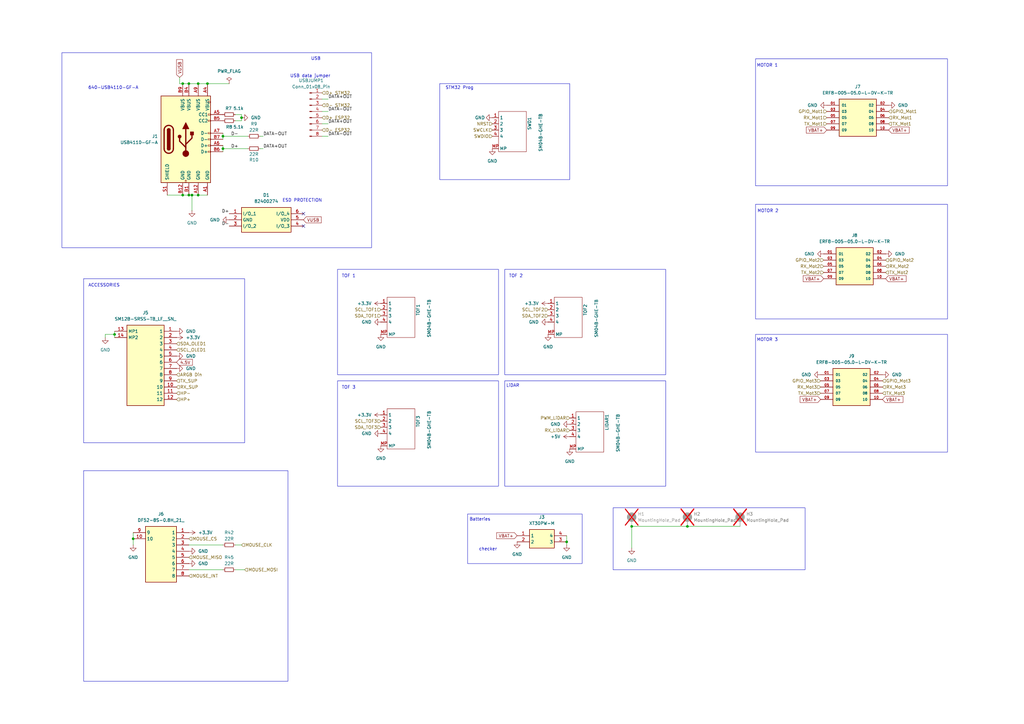
<source format=kicad_sch>
(kicad_sch (version 20250114) (generator "eeschema") (generator_version "9.0")
  (paper "A3")
  (lib_symbols
    (symbol "Connector:Conn_01x08_Pin" (pin_names (offset 1.016) (hide yes))
      (property "Reference" "J" (at 0 10.16 0))
      (property "Value" "Conn_01x08_Pin" (at 0 -12.7 0))
      (symbol "Conn_01x08_Pin_1_1"
        (rectangle (start 0.8636 7.747) (end 0 7.493) (stroke (width 0.1524)) (fill (type outline)))
        (rectangle (start 0.8636 5.207) (end 0 4.953) (stroke (width 0.1524)) (fill (type outline)))
        (rectangle (start 0.8636 2.667) (end 0 2.413) (stroke (width 0.1524)) (fill (type outline)))
        (rectangle (start 0.8636 0.127) (end 0 -0.127) (stroke (width 0.1524)) (fill (type outline)))
        (rectangle (start 0.8636 -2.413) (end 0 -2.667) (stroke (width 0.1524)) (fill (type outline)))
        (rectangle (start 0.8636 -4.953) (end 0 -5.207) (stroke (width 0.1524)) (fill (type outline)))
        (rectangle (start 0.8636 -7.493) (end 0 -7.747) (stroke (width 0.1524)) (fill (type outline)))
        (rectangle (start 0.8636 -10.033) (end 0 -10.287) (stroke (width 0.1524)) (fill (type outline)))
        (polyline (pts (xy 1.27 7.62) (xy 0.8636 7.62)) (stroke (width 0.1524)))
        (polyline (pts (xy 1.27 5.08) (xy 0.8636 5.08)) (stroke (width 0.1524)))
        (polyline (pts (xy 1.27 2.54) (xy 0.8636 2.54)) (stroke (width 0.1524)))
        (polyline (pts (xy 1.27 0) (xy 0.8636 0)) (stroke (width 0.1524)))
        (polyline (pts (xy 1.27 -2.54) (xy 0.8636 -2.54)) (stroke (width 0.1524)))
        (polyline (pts (xy 1.27 -5.08) (xy 0.8636 -5.08)) (stroke (width 0.1524)))
        (polyline (pts (xy 1.27 -7.62) (xy 0.8636 -7.62)) (stroke (width 0.1524)))
        (polyline (pts (xy 1.27 -10.16) (xy 0.8636 -10.16)) (stroke (width 0.1524)))
        (pin passive line (at 5.08 7.62 180) (length 3.81) (name "Pin_1") (number "1"))
        (pin passive line (at 5.08 5.08 180) (length 3.81) (name "Pin_2") (number "2"))
        (pin passive line (at 5.08 2.54 180) (length 3.81) (name "Pin_3") (number "3"))
        (pin passive line (at 5.08 0 180) (length 3.81) (name "Pin_4") (number "4"))
        (pin passive line (at 5.08 -2.54 180) (length 3.81) (name "Pin_5") (number "5"))
        (pin passive line (at 5.08 -5.08 180) (length 3.81) (name "Pin_6") (number "6"))
        (pin passive line (at 5.08 -7.62 180) (length 3.81) (name "Pin_7") (number "7"))
        (pin passive line (at 5.08 -10.16 180) (length 3.81) (name "Pin_8") (number "8"))
      )
    )
    (symbol "Device:R_Small" (pin_numbers (hide yes)) (pin_names (offset 0.254) (hide yes))
      (property "Reference" "R" (at 0.762 0.508 0))
      (property "Value" "R_Small" (at 0.762 -1.016 0))
      (symbol "R_Small_0_1"
        (rectangle (start -0.762 1.778) (end 0.762 -1.778) (stroke (width 0.2032)))
      )
      (symbol "R_Small_1_1"
        (pin passive line (at 0 2.54 270) (length 0.762) (name "~") (number "1"))
        (pin passive line (at 0 -2.54 90) (length 0.762) (name "~") (number "2"))
      )
    )
    (symbol "ERF8:ERF8-005-05.0-L-DV-K-TR" (pin_names (offset 1.016))
      (property "Reference" "J" (at -8.12 7.62 0))
      (property "Value" "ERF8-005-05.0-L-DV-K-TR" (at -7.62 -10.16 0))
      (symbol "ERF8-005-05.0-L-DV-K-TR_0_0"
        (rectangle (start -7.62 -7.62) (end 7.62 7.62) (stroke (width 0.254)) (fill (type background)))
        (pin passive line (at -12.7 5.08 0) (length 5.08) (name "01") (number "01"))
        (pin passive line (at -12.7 2.54 0) (length 5.08) (name "03") (number "03"))
        (pin passive line (at -12.7 0 0) (length 5.08) (name "05") (number "05"))
        (pin passive line (at -12.7 -2.54 0) (length 5.08) (name "07") (number "07"))
        (pin passive line (at -12.7 -5.08 0) (length 5.08) (name "09") (number "09"))
        (pin passive line (at 12.7 5.08 180) (length 5.08) (name "02") (number "02"))
        (pin passive line (at 12.7 2.54 180) (length 5.08) (name "04") (number "04"))
        (pin passive line (at 12.7 0 180) (length 5.08) (name "06") (number "06"))
        (pin passive line (at 12.7 -2.54 180) (length 5.08) (name "08") (number "08"))
        (pin passive line (at 12.7 -5.08 180) (length 5.08) (name "10") (number "10"))
      )
    )
    (symbol "Mechanical:MountingHole_Pad" (pin_numbers (hide yes)) (pin_names (offset 1.016) (hide yes)) (in_bom no)
      (property "Reference" "H" (at 0 6.35 0))
      (property "Value" "MountingHole_Pad" (at 0 4.445 0))
      (symbol "MountingHole_Pad_0_1"
        (circle (center 0 1.27) (radius 1.27) (stroke (width 1.27)))
      )
      (symbol "MountingHole_Pad_1_1"
        (pin input line (at 0 -2.54 90) (length 2.54) (name "1") (number "1"))
      )
    )
    (symbol "Vraielogousbcwurth:USB_C_Receptacle_USB2.0_14P" (pin_names (offset 1.016))
      (property "Reference" "J" (at 0.254 31.242 0))
      (property "Value" "USB_C_Receptacle_USB2.0_14P" (at 1.27 33.782 0))
      (symbol "USB_C_Receptacle_USB2.0_14P_0_0"
        (rectangle (start -0.254 -17.78) (end 0.254 -16.764))
        (rectangle (start 10.16 15.494) (end 9.144 14.986))
        (rectangle (start 10.16 10.414) (end 9.144 9.906))
        (rectangle (start 10.16 7.874) (end 9.144 7.366))
        (rectangle (start 10.16 2.794) (end 9.144 2.286))
        (rectangle (start 10.16 0.254) (end 9.144 -0.254))
        (rectangle (start 10.16 -2.286) (end 9.144 -2.794))
        (rectangle (start 10.16 -4.826) (end 9.144 -5.334))
      )
      (symbol "USB_C_Receptacle_USB2.0_14P_0_1"
        (rectangle (start -10.16 17.78) (end 10.16 -17.78) (stroke (width 0.254)) (fill (type background)))
        (polyline (pts (xy -8.89 -3.81) (xy -8.89 3.81)) (stroke (width 0.508)))
        (rectangle (start -7.62 -3.81) (end -6.35 3.81) (stroke (width 0.254)) (fill (type outline)))
        (arc (start -7.62 3.81) (mid -6.985 4.4423) (end -6.35 3.81) (stroke (width 0.254)))
        (arc (start -7.62 3.81) (mid -6.985 4.4423) (end -6.35 3.81) (stroke (width 0.254)) (fill (type outline)))
        (arc (start -8.89 3.81) (mid -6.985 5.7067) (end -5.08 3.81) (stroke (width 0.508)))
        (arc (start -5.08 -3.81) (mid -6.985 -5.7067) (end -8.89 -3.81) (stroke (width 0.508)))
        (arc (start -6.35 -3.81) (mid -6.985 -4.4423) (end -7.62 -3.81) (stroke (width 0.254)))
        (arc (start -6.35 -3.81) (mid -6.985 -4.4423) (end -7.62 -3.81) (stroke (width 0.254)) (fill (type outline)))
        (polyline (pts (xy -5.08 3.81) (xy -5.08 -3.81)) (stroke (width 0.508)))
        (circle (center -2.54 1.143) (radius 0.635) (stroke (width 0.254)) (fill (type outline)))
        (polyline (pts (xy -1.27 4.318) (xy 0 6.858) (xy 1.27 4.318) (xy -1.27 4.318)) (stroke (width 0.254)) (fill (type outline)))
        (polyline (pts (xy 0 -2.032) (xy 2.54 0.508) (xy 2.54 1.778)) (stroke (width 0.508)))
        (polyline (pts (xy 0 -3.302) (xy -2.54 -0.762) (xy -2.54 0.508)) (stroke (width 0.508)))
        (polyline (pts (xy 0 -5.842) (xy 0 4.318)) (stroke (width 0.508)))
        (circle (center 0 -5.842) (radius 1.27) (fill (type outline)))
        (rectangle (start 1.905 1.778) (end 3.175 3.048) (stroke (width 0.254)) (fill (type outline)))
      )
      (symbol "USB_C_Receptacle_USB2.0_14P_1_1"
        (pin passive line (at -7.62 -22.86 90) (length 5.08) (name "SHIELD") (number "S1"))
        (pin passive line (at -1.27 22.86 270) (length 5.08) (name "VBUS") (number "B9"))
        (pin passive line (at -1.27 -22.86 90) (length 5.08) (name "GND") (number "B12"))
        (pin passive line (at 1.27 22.86 270) (length 5.08) (name "VBUS") (number "B4"))
        (pin passive line (at 1.27 -22.86 90) (length 5.08) (name "GND") (number "B1"))
        (pin passive line (at 5.08 22.86 270) (length 5.08) (name "VBUS") (number "A9"))
        (pin passive line (at 5.08 -22.86 90) (length 5.08) (name "GND") (number "A12"))
        (pin passive line (at 8.89 22.86 270) (length 5.08) (name "VBUS") (number "A4"))
        (pin passive line (at 8.89 -22.86 90) (length 5.08) (name "GND") (number "A1"))
        (pin bidirectional line (at 15.24 10.16 180) (length 5.08) (name "CC1") (number "A5"))
        (pin bidirectional line (at 15.24 7.62 180) (length 5.08) (name "CC2") (number "B5"))
        (pin bidirectional line (at 15.24 2.54 180) (length 5.08) (name "D-") (number "A7"))
        (pin bidirectional line (at 15.24 0 180) (length 5.08) (name "D-") (number "B7"))
        (pin bidirectional line (at 15.24 -2.54 180) (length 5.08) (name "D+") (number "A6"))
        (pin bidirectional line (at 15.24 -5.08 180) (length 5.08) (name "D+") (number "B6"))
      )
    )
    (symbol "fc_h7:jst_4_pin"
      (property "Reference" "U" (at 0 0 0))
      (symbol "jst_4_pin_0_1"
        (rectangle (start -6.35 2.54) (end 5.08 -13.97))
      )
      (symbol "jst_4_pin_1_1"
        (pin free line (at -8.89 0 0) (length 2.54) (name "1") (number "1"))
        (pin free line (at -8.89 -2.54 0) (length 2.54) (name "2") (number "2"))
        (pin free line (at -8.89 -5.08 0) (length 2.54) (name "3") (number "3"))
        (pin free line (at -8.89 -7.62 0) (length 2.54) (name "4") (number "4"))
        (pin free line (at -8.89 -12.7 0) (length 2.54) (name "MP") (number "MP"))
      )
    )
    (symbol "power:+3.3V" (power) (pin_numbers (hide yes)) (pin_names (offset 0) (hide yes))
      (property "Value" "+3.3V" (at 0 3.556 0))
      (symbol "+3.3V_0_1"
        (polyline (pts (xy -0.762 1.27) (xy 0 2.54)))
        (polyline (pts (xy 0 2.54) (xy 0.762 1.27)))
        (polyline (pts (xy 0 0) (xy 0 2.54)))
      )
      (symbol "+3.3V_1_1"
        (pin power_in line (at 0 0 90) (length 0) (name "~") (number "1"))
      )
    )
    (symbol "power:+5V" (power) (pin_numbers (hide yes)) (pin_names (offset 0) (hide yes))
      (property "Value" "+5V" (at 0 3.556 0))
      (symbol "+5V_0_1"
        (polyline (pts (xy -0.762 1.27) (xy 0 2.54)))
        (polyline (pts (xy 0 2.54) (xy 0.762 1.27)))
        (polyline (pts (xy 0 0) (xy 0 2.54)))
      )
      (symbol "+5V_1_1"
        (pin power_in line (at 0 0 90) (length 0) (name "~") (number "1"))
      )
    )
    (symbol "power:GND" (power) (pin_numbers (hide yes)) (pin_names (offset 0) (hide yes))
      (property "Value" "GND" (at 0 -3.81 0))
      (symbol "GND_0_1"
        (polyline (pts (xy 0 0) (xy 0 -1.27) (xy 1.27 -1.27) (xy 0 -2.54) (xy -1.27 -1.27) (xy 0 -1.27)))
      )
      (symbol "GND_1_1"
        (pin power_in line (at 0 0 270) (length 0) (name "~") (number "1"))
      )
    )
    (symbol "power:PWR_FLAG" (power) (pin_numbers (hide yes)) (pin_names (offset 0) (hide yes))
      (property "Value" "PWR_FLAG" (at 0 3.81 0))
      (symbol "PWR_FLAG_0_0"
        (pin power_out line (at 0 0 90) (length 0) (name "~") (number "1"))
      )
      (symbol "PWR_FLAG_0_1"
        (polyline (pts (xy 0 0) (xy 0 1.27) (xy -1.016 1.905) (xy 0 2.54) (xy 1.016 1.905) (xy 0 1.27)))
      )
    )
    (symbol "samacsys2:DF52-8S-0.8H_21_"
      (property "Reference" "J" (at 19.05 7.62 0))
      (property "Value" "DF52-8S-0.8H_21_" (at 19.05 5.08 0))
      (symbol "DF52-8S-0.8H_21__1_1"
        (rectangle (start 5.08 2.54) (end 17.78 -20.32) (stroke (width 0.254)) (fill (type background)))
        (pin passive line (at 0 0 0) (length 5.08) (name "9") (number "9"))
        (pin passive line (at 0 -2.54 0) (length 5.08) (name "10") (number "10"))
        (pin passive line (at 22.86 0 180) (length 5.08) (name "1") (number "1"))
        (pin passive line (at 22.86 -2.54 180) (length 5.08) (name "2") (number "2"))
        (pin passive line (at 22.86 -5.08 180) (length 5.08) (name "3") (number "3"))
        (pin passive line (at 22.86 -7.62 180) (length 5.08) (name "4") (number "4"))
        (pin passive line (at 22.86 -10.16 180) (length 5.08) (name "5") (number "5"))
        (pin passive line (at 22.86 -12.7 180) (length 5.08) (name "6") (number "6"))
        (pin passive line (at 22.86 -15.24 180) (length 5.08) (name "7") (number "7"))
        (pin passive line (at 22.86 -17.78 180) (length 5.08) (name "8") (number "8"))
      )
    )
    (symbol "samacsys:82400274"
      (property "Reference" "D" (at 26.67 7.62 0))
      (property "Value" "82400274" (at 26.67 5.08 0))
      (symbol "82400274_1_1"
        (rectangle (start 5.08 2.54) (end 25.4 -7.62) (stroke (width 0.254)) (fill (type background)))
        (pin passive line (at 0 0 0) (length 5.08) (name "I/O_1") (number "1"))
        (pin passive line (at 0 -2.54 0) (length 5.08) (name "GND") (number "2"))
        (pin passive line (at 0 -5.08 0) (length 5.08) (name "I/O_2") (number "3"))
        (pin passive line (at 30.48 0 180) (length 5.08) (name "I/O_4") (number "6"))
        (pin passive line (at 30.48 -2.54 180) (length 5.08) (name "VDD") (number "5"))
        (pin passive line (at 30.48 -5.08 180) (length 5.08) (name "I/O_3") (number "4"))
      )
    )
    (symbol "samacsys:SM12B-SRSS-TB_LF__SN_"
      (property "Reference" "J" (at 21.59 7.62 0))
      (property "Value" "SM12B-SRSS-TB_LF__SN_" (at 21.59 5.08 0))
      (symbol "SM12B-SRSS-TB_LF__SN__1_1"
        (rectangle (start 5.08 2.54) (end 20.32 -30.48) (stroke (width 0.254)) (fill (type background)))
        (pin passive line (at 0 0 0) (length 5.08) (name "MP1") (number "13"))
        (pin passive line (at 0 -2.54 0) (length 5.08) (name "MP2") (number "14"))
        (pin passive line (at 25.4 0 180) (length 5.08) (name "1") (number "1"))
        (pin passive line (at 25.4 -2.54 180) (length 5.08) (name "2") (number "2"))
        (pin passive line (at 25.4 -5.08 180) (length 5.08) (name "3") (number "3"))
        (pin passive line (at 25.4 -7.62 180) (length 5.08) (name "4") (number "4"))
        (pin passive line (at 25.4 -10.16 180) (length 5.08) (name "5") (number "5"))
        (pin passive line (at 25.4 -12.7 180) (length 5.08) (name "6") (number "6"))
        (pin passive line (at 25.4 -15.24 180) (length 5.08) (name "7") (number "7"))
        (pin passive line (at 25.4 -17.78 180) (length 5.08) (name "8") (number "8"))
        (pin passive line (at 25.4 -20.32 180) (length 5.08) (name "9") (number "9"))
        (pin passive line (at 25.4 -22.86 180) (length 5.08) (name "10") (number "10"))
        (pin passive line (at 25.4 -25.4 180) (length 5.08) (name "11") (number "11"))
        (pin passive line (at 25.4 -27.94 180) (length 5.08) (name "12") (number "12"))
      )
    )
    (symbol "samacsys:XT30PW-M"
      (property "Reference" "J" (at 16.51 7.62 0))
      (property "Value" "XT30PW-M" (at 16.51 5.08 0))
      (symbol "XT30PW-M_1_1"
        (rectangle (start 5.08 2.54) (end 15.24 -5.08) (stroke (width 0.254)) (fill (type background)))
        (pin passive line (at 0 0 0) (length 5.08) (name "1") (number "1"))
        (pin passive line (at 0 -2.54 0) (length 5.08) (name "2") (number "2"))
        (pin passive line (at 20.32 0 180) (length 5.08) (name "4") (number "4"))
        (pin passive line (at 20.32 -2.54 180) (length 5.08) (name "3") (number "3"))
      )
    )
  )
  (rectangle (start 309.88 24.13) (end 388.62 76.2))
  (rectangle (start 138.43 156.21) (end 204.47 199.39))
  (rectangle (start 207.01 156.21) (end 273.05 199.39))
  (rectangle (start 34.29 114.3) (end 100.33 181.61))
  (rectangle (start 309.88 83.82) (end 388.62 130.81))
  (rectangle (start 207.01 110.49) (end 273.05 153.67))
  (rectangle (start 138.43 110.49) (end 204.47 153.67))
  (rectangle (start 25.4 21.59) (end 152.4 101.6))
  (rectangle (start 34.29 193.04) (end 118.11 279.4))
  (rectangle (start 309.88 137.16) (end 388.62 185.42))
  (rectangle (start 180.34 34.29) (end 233.68 73.66))
  (rectangle (start 251.46 208.28) (end 330.2 233.68))
  (rectangle (start 191.77 210.82) (end 238.76 231.14))
  (text "Batteries" (at 196.85 213.106 0) (effects (font (size 1.27 1.27))))
  (text "TOF 2" (at 211.582 113.284 0) (effects (font (size 1.27 1.27))))
  (text "LiDAR" (at 210.312 158.242 0) (effects (font (size 1.27 1.27))))
  (text "ACCESSORIES" (at 42.672 117.094 0) (effects (font (size 1.27 1.27))))
  (text "checker\n" (at 200.152 225.298 0) (effects (font (size 1.27 1.27))))
  (text "USB data jumper" (at 127.254 31.242 0) (effects (font (size 1.27 1.27))))
  (text "MOTOR 2\n" (at 314.96 86.614 0) (effects (font (size 1.27 1.27))))
  (text "MOTOR 3" (at 314.706 139.446 0) (effects (font (size 1.27 1.27))))
  (text "TOF 1" (at 143.002 113.284 0) (effects (font (size 1.27 1.27))))
  (text "640-USB4110-GF-A" (at 46.482 36.068 0) (effects (font (size 1.27 1.27))))
  (text "TOF 3" (at 143.002 159.004 0) (effects (font (size 1.27 1.27))))
  (text "STM32 Prog" (at 188.468 36.068 0) (effects (font (size 1.27 1.27))))
  (text "USB" (at 129.54 24.13 0) (effects (font (size 1.27 1.27))))
  (text "MOTOR 1" (at 314.706 26.924 0) (effects (font (size 1.27 1.27))))
  (text "ESD PROTECTION" (at 123.952 82.296 0) (effects (font (size 1.27 1.27))))
  (junction (at 259.08 215.9))
  (junction (at 81.28 34.29))
  (junction (at 78.74 80.01))
  (junction (at 77.47 80.01))
  (junction (at 46.99 137.16))
  (junction (at 91.44 60.96))
  (junction (at 232.41 222.25))
  (junction (at 85.09 34.29))
  (junction (at 81.28 80.01))
  (junction (at 54.61 220.98))
  (junction (at 74.93 34.29))
  (junction (at 77.47 34.29))
  (junction (at 281.94 215.9))
  (junction (at 74.93 80.01))
  (junction (at 91.44 55.88))
  (junction (at 99.06 48.26))
  (no_connect (at 124.46 92.71))
  (no_connect (at 124.46 87.63))
  (wire (pts (xy 43.18 137.16) (xy 43.18 138.43)))
  (wire (pts (xy 232.41 222.25) (xy 232.41 223.52)))
  (wire (pts (xy 232.41 219.71) (xy 232.41 222.25)))
  (wire (pts (xy 99.06 46.99) (xy 99.06 48.26)))
  (wire (pts (xy 81.28 80.01) (xy 85.09 80.01)))
  (wire (pts (xy 74.93 80.01) (xy 77.47 80.01)))
  (wire (pts (xy 73.66 31.75) (xy 73.66 34.29)))
  (wire (pts (xy 77.47 223.52) (xy 91.44 223.52)))
  (wire (pts (xy 134.62 40.64) (xy 132.08 40.64)))
  (wire (pts (xy 91.44 60.96) (xy 101.6 60.96)))
  (wire (pts (xy 91.44 60.96) (xy 91.44 62.23)))
  (wire (pts (xy 77.47 34.29) (xy 81.28 34.29)))
  (wire (pts (xy 46.99 137.16) (xy 43.18 137.16)))
  (wire (pts (xy 134.62 50.8) (xy 132.08 50.8)))
  (wire (pts (xy 91.44 55.88) (xy 101.6 55.88)))
  (wire (pts (xy 73.66 34.29) (xy 74.93 34.29)))
  (wire (pts (xy 46.99 137.16) (xy 46.99 138.43)))
  (wire (pts (xy 281.94 215.9) (xy 259.08 215.9)))
  (wire (pts (xy 134.62 55.88) (xy 132.08 55.88)))
  (wire (pts (xy 81.28 34.29) (xy 85.09 34.29)))
  (wire (pts (xy 85.09 34.29) (xy 93.98 34.29)))
  (wire (pts (xy 96.52 46.99) (xy 99.06 46.99)))
  (wire (pts (xy 303.53 215.9) (xy 281.94 215.9)))
  (wire (pts (xy 91.44 55.88) (xy 91.44 57.15)))
  (wire (pts (xy 78.74 80.01) (xy 78.74 86.36)))
  (wire (pts (xy 96.52 223.52) (xy 99.06 223.52)))
  (wire (pts (xy 54.61 218.44) (xy 54.61 220.98)))
  (wire (pts (xy 91.44 59.69) (xy 91.44 60.96)))
  (wire (pts (xy 77.47 233.68) (xy 91.44 233.68)))
  (wire (pts (xy 68.58 80.01) (xy 74.93 80.01)))
  (wire (pts (xy 46.99 135.89) (xy 46.99 137.16)))
  (wire (pts (xy 54.61 220.98) (xy 54.61 223.52)))
  (wire (pts (xy 99.06 49.53) (xy 99.06 48.26)))
  (wire (pts (xy 100.33 233.68) (xy 96.52 233.68)))
  (wire (pts (xy 78.74 80.01) (xy 81.28 80.01)))
  (wire (pts (xy 107.95 55.88) (xy 106.68 55.88)))
  (wire (pts (xy 77.47 80.01) (xy 78.74 80.01)))
  (wire (pts (xy 259.08 215.9) (xy 259.08 224.79)))
  (wire (pts (xy 134.62 45.72) (xy 132.08 45.72)))
  (wire (pts (xy 74.93 34.29) (xy 77.47 34.29)))
  (wire (pts (xy 107.95 60.96) (xy 106.68 60.96)))
  (wire (pts (xy 96.52 49.53) (xy 99.06 49.53)))
  (wire (pts (xy 91.44 54.61) (xy 91.44 55.88)))
  (label "DATA-OUT" (at 107.95 55.88 0))
  (label "DATA+OUT" (at 134.62 50.8 0))
  (label "DATA-OUT" (at 134.62 55.88 0))
  (label "D+" (at 97.79 60.96 180))
  (label "D+" (at 93.98 87.63 180))
  (label "DATA+OUT" (at 134.62 40.64 0))
  (label "DATA+OUT" (at 107.95 60.96 0))
  (label "D-" (at 93.98 92.71 180))
  (label "DATA-OUT" (at 134.62 45.72 0))
  (label "D-" (at 97.79 55.88 180))
  (global_label "VBAT+" (shape input) (at 363.22 114.3 0) (property "Intersheetrefs" "${INTERSHEET_REFS}" (effects (hide yes))))
  (global_label "VBAT+" (shape input) (at 339.09 53.34 180) (property "Intersheetrefs" "${INTERSHEET_REFS}" (effects (hide yes))))
  (global_label "VUSB" (shape input) (at 73.66 31.75 90) (property "Intersheetrefs" "${INTERSHEET_REFS}" (effects (hide yes))))
  (global_label "VBAT+" (shape input) (at 361.95 163.83 0) (property "Intersheetrefs" "${INTERSHEET_REFS}" (effects (hide yes))))
  (global_label "4.5V" (shape input) (at 72.39 148.59 0) (property "Intersheetrefs" "${INTERSHEET_REFS}" (effects (hide yes))))
  (global_label "VBAT+" (shape input) (at 212.09 219.71 180) (property "Intersheetrefs" "${INTERSHEET_REFS}" (effects (hide yes))))
  (global_label "VBAT+" (shape input) (at 336.55 163.83 180) (property "Intersheetrefs" "${INTERSHEET_REFS}" (effects (hide yes))))
  (global_label "VBAT+" (shape input) (at 337.82 114.3 180) (property "Intersheetrefs" "${INTERSHEET_REFS}" (effects (hide yes))))
  (global_label "VUSB" (shape input) (at 124.46 90.17 0) (property "Intersheetrefs" "${INTERSHEET_REFS}" (effects (hide yes))))
  (global_label "VBAT+" (shape input) (at 364.49 53.34 0) (property "Intersheetrefs" "${INTERSHEET_REFS}" (effects (hide yes))))
  (hierarchical_label "RX_SUP" (shape input) (at 72.39 158.75 0))
  (hierarchical_label "GPIO_Mot1" (shape input) (at 364.49 45.72 0))
  (hierarchical_label "TX_Mot3" (shape input) (at 361.95 161.29 0))
  (hierarchical_label "SWCLK" (shape input) (at 201.93 53.34 180))
  (hierarchical_label "GPIO_Mot1" (shape input) (at 339.09 45.72 180))
  (hierarchical_label "SCL_OLED1" (shape input) (at 72.39 143.51 0))
  (hierarchical_label "GPIO_Mot2" (shape input) (at 337.82 106.68 180))
  (hierarchical_label "MOUSE_INT" (shape input) (at 77.47 236.22 0))
  (hierarchical_label "RX_Mot1" (shape input) (at 339.09 48.26 180))
  (hierarchical_label "PWM_LiDAR" (shape input) (at 233.68 171.45 180))
  (hierarchical_label "SCL_TOF1" (shape input) (at 156.21 127 180))
  (hierarchical_label "SDA_TOF2" (shape input) (at 224.79 129.54 180))
  (hierarchical_label "D+ STM32" (shape input) (at 132.08 38.1 0))
  (hierarchical_label "TX_Mot1" (shape input) (at 339.09 50.8 180))
  (hierarchical_label "SCL_TOF2" (shape input) (at 224.79 127 180))
  (hierarchical_label "D+ ESP32" (shape input) (at 132.08 48.26 0))
  (hierarchical_label "SWDIO" (shape input) (at 201.93 55.88 180))
  (hierarchical_label "HP+" (shape input) (at 72.39 163.83 0))
  (hierarchical_label "RX_Mot3" (shape input) (at 336.55 158.75 180))
  (hierarchical_label "RX_Mot1" (shape input) (at 364.49 48.26 0))
  (hierarchical_label "SDA_TOF1" (shape input) (at 156.21 129.54 180))
  (hierarchical_label "NRST" (shape input) (at 201.93 50.8 180))
  (hierarchical_label "RX_LiDAR" (shape input) (at 233.68 176.53 180))
  (hierarchical_label "GPIO_Mot3" (shape input) (at 361.95 156.21 0))
  (hierarchical_label "ARGB Din" (shape input) (at 72.39 153.67 0))
  (hierarchical_label "RX_Mot3" (shape input) (at 361.95 158.75 0))
  (hierarchical_label "D- ESP32" (shape input) (at 132.08 53.34 0))
  (hierarchical_label "MOUSE_CLK" (shape input) (at 99.06 223.52 0))
  (hierarchical_label "GPIO_Mot3" (shape input) (at 336.55 156.21 180))
  (hierarchical_label "RX_Mot2" (shape input) (at 337.82 109.22 180))
  (hierarchical_label "TX_Mot2" (shape input) (at 337.82 111.76 180))
  (hierarchical_label "D- STM32" (shape input) (at 132.08 43.18 0))
  (hierarchical_label "MOUSE_MISO" (shape input) (at 77.47 228.6 0))
  (hierarchical_label "SDA_OLED1" (shape input) (at 72.39 140.97 0))
  (hierarchical_label "RX_Mot2" (shape input) (at 363.22 109.22 0))
  (hierarchical_label "HP-" (shape input) (at 72.39 161.29 0))
  (hierarchical_label "TX_Mot2" (shape input) (at 363.22 111.76 0))
  (hierarchical_label "GPIO_Mot2" (shape input) (at 363.22 106.68 0))
  (hierarchical_label "TX_Mot3" (shape input) (at 336.55 161.29 180))
  (hierarchical_label "TX_SUP" (shape input) (at 72.39 156.21 0))
  (hierarchical_label "MOUSE_MOSI" (shape input) (at 100.33 233.68 0))
  (hierarchical_label "MOUSE_CS" (shape input) (at 77.47 220.98 0))
  (hierarchical_label "SDA_TOF3" (shape input) (at 156.21 175.26 180))
  (hierarchical_label "SCL_TOF3" (shape input) (at 156.21 172.72 180))
  (hierarchical_label "TX_Mot1" (shape input) (at 364.49 50.8 0))
  (symbol (lib_id "samacsys2:DF52-8S-0.8H_21_") (at 54.61 218.44 0) (unit 1)
    (property "Reference" "J6" (at 66.04 210.82 0))
    (property "Value" "DF52-8S-0.8H_21_" (at 66.04 213.36 0))
    (property "Footprint" "samacsys2:DF528S08H21" (effects (hide yes)))
    (property "Datasheet" "https://datasheet.datasheetarchive.com/originals/distributors/DKDS-30/591731.pdf" (effects (hide yes)))
    (property "Description" "Hirose DF52 52 Series 0.8mm Pitch 8 Way Right Angle Female FPC Connector" (effects (hide yes)))
    (property "Height" "1" (effects (hide yes)))
    (property "Manufacturer_Name" "Hirose" (effects (hide yes)))
    (property "Manufacturer_Part_Number" "DF52-8S-0.8H(21)" (effects (hide yes)))
    (property "Mouser Part Number" "798-DF52-8S-0.8H21" (effects (hide yes)))
    (property "Mouser Price/Stock" "https://www.mouser.co.uk/ProductDetail/Hirose-Connector/DF52-8S-0.8H21?qs=%2FKR40Cd6GUptbp6v9%252BhJJA%3D%3D" (effects (hide yes)))
  )
  (symbol (lib_id "power:GND") (at 78.74 86.36 0) (unit 1)
    (property "Reference" "#PWR016" (effects (hide yes)))
    (property "Value" "GND" (at 78.74 91.44 0))
    (property "Description" "Power symbol creates a global label with name \"GND\" , ground" (effects (hide yes)))
  )
  (symbol (lib_id "power:GND") (at 233.68 184.15 0) (unit 1)
    (property "Reference" "#PWR079" (effects (hide yes)))
    (property "Value" "GND" (at 233.68 189.23 0))
    (property "Description" "Power symbol creates a global label with name \"GND\" , ground" (effects (hide yes)))
  )
  (symbol (lib_id "power:GND") (at 224.79 137.16 0) (unit 1)
    (property "Reference" "#PWR091" (effects (hide yes)))
    (property "Value" "GND" (at 224.79 142.24 0))
    (property "Description" "Power symbol creates a global label with name \"GND\" , ground" (effects (hide yes)))
  )
  (symbol (lib_id "Connector:Conn_01x08_Pin") (at 127 45.72 0) (unit 1)
    (property "Reference" "USBJUMP1" (at 127.635 33.02 0))
    (property "Value" "Conn_01x08_Pin" (at 127.635 35.56 0))
    (property "Footprint" "Connector_PinHeader_1.27mm:PinHeader_2x04_P1.27mm_Vertical_SMD" (effects (hide yes)))
    (property "Description" "Generic connector, single row, 01x08, script generated" (effects (hide yes)))
  )
  (symbol (lib_id "power:+3.3V") (at 156.21 124.46 90) (unit 1)
    (property "Reference" "#PWR077" (effects (hide yes)))
    (property "Value" "+3.3V" (at 152.4 124.4599 90) (effects (justify left)))
    (property "Description" "Power symbol creates a global label with name \"+3.3V\"" (effects (hide yes)))
  )
  (symbol (lib_id "fc_h7:jst_4_pin") (at 165.1 170.18 0) (unit 1)
    (property "Reference" "TOF3" (at 171.45 175.2599 90) (effects (justify left)))
    (property "Value" "SM04B-GHE-TB" (at 176.022 184.15 90) (effects (justify left)))
    (property "Footprint" "samacsys:JST_GH_BM04B" (effects (hide yes)))
    (property "Manufacturer_Name" "JST" (effects (hide yes)))
    (property "Manufacturer_Part_Number" "SM04B-GHE-TB" (effects (hide yes)))
    (property "Mouser Part Number" " 306-SM04BGHETBLFSN" (effects (hide yes)))
  )
  (symbol (lib_id "power:GND") (at 156.21 132.08 270) (unit 1)
    (property "Reference" "#PWR084" (effects (hide yes)))
    (property "Value" "GND" (at 152.4 132.0799 90) (effects (justify right)))
    (property "Description" "Power symbol creates a global label with name \"GND\" , ground" (effects (hide yes)))
  )
  (symbol (lib_id "power:GND") (at 232.41 223.52 0) (unit 1)
    (property "Reference" "#PWR075" (effects (hide yes)))
    (property "Value" "GND" (at 232.41 228.6 0))
    (property "Description" "Power symbol creates a global label with name \"GND\" , ground" (effects (hide yes)))
  )
  (symbol (lib_id "samacsys:82400274") (at 93.98 87.63 0) (unit 1)
    (property "Reference" "D1" (at 109.22 80.01 0))
    (property "Value" "82400274" (at 109.22 82.55 0))
    (property "Footprint" "samacsys:SOT65P210X110-6N" (effects (hide yes)))
    (property "Datasheet" "https://katalog.we-online.com/pbs/datasheet/82400274.pdf" (effects (hide yes)))
    (property "Description" "TVS Diode Array WE-TVS 4-Ch+VDD 5V SC70 Wurth Elektronik 82400274, Quad Uni-Directional TVS Diode Array, 6-Pin SC-70" (effects (hide yes)))
    (property "Height" "1.1" (effects (hide yes)))
    (property "Mouser Part Number" "710-82400274" (effects (hide yes)))
    (property "Mouser Price/Stock" "https://www.mouser.co.uk/ProductDetail/Wurth-Elektronik/82400274?qs=2kOmHSv6VfQD871MY%252BLLLQ%3D%3D" (effects (hide yes)))
    (property "Manufacturer_Name" "Wurth Elektronik" (effects (hide yes)))
    (property "Manufacturer_Part_Number" "82400274" (effects (hide yes)))
  )
  (symbol (lib_id "power:GND") (at 156.21 137.16 0) (unit 1)
    (property "Reference" "#PWR085" (effects (hide yes)))
    (property "Value" "GND" (at 156.21 142.24 0))
    (property "Description" "Power symbol creates a global label with name \"GND\" , ground" (effects (hide yes)))
  )
  (symbol (lib_id "samacsys:SM12B-SRSS-TB_LF__SN_") (at 46.99 135.89 0) (unit 1)
    (property "Reference" "J5" (at 59.69 128.27 0))
    (property "Value" "SM12B-SRSS-TB_LF__SN_" (at 59.69 130.81 0))
    (property "Footprint" "samacsys:SM12BSRSSTBLFSN" (effects (hide yes)))
    (property "Datasheet" "https://www.jst-mfg.com/product/pdf/eng/eSH.pdf?67c6d96c290cd" (effects (hide yes)))
    (property "Description" "Connector Header Surface Mount, Right Angle 12 position 0.039\" (1.00mm)" (effects (hide yes)))
    (property "Height" "2.95" (effects (hide yes)))
    (property "Manufacturer_Name" "JST (JAPAN SOLDERLESS TERMINALS)" (effects (hide yes)))
    (property "Manufacturer_Part_Number" "SM12B-SRSS-TB(LF)(SN)" (effects (hide yes)))
    (property "Mouser Part Number" "N/A" (effects (hide yes)))
    (property "Mouser Price/Stock" "https://www.mouser.co.uk/ProductDetail/JST-Commercial/SM12B-SRSS-TBLFSN?qs=QpmGXVUTftGbMQGOEOOssg%3D%3D" (effects (hide yes)))
    (property "Arrow Part Number" "SM12B-SRSS-TB(LF)(SN)" (effects (hide yes)))
    (property "Arrow Price/Stock" "https://www.arrow.com/en/products/sm12b-srss-tb-lf-sn/jst-manufacturing?utm_currency=USD&region=europe" (effects (hide yes)))
  )
  (symbol (lib_id "fc_h7:jst_4_pin") (at 165.1 124.46 0) (unit 1)
    (property "Reference" "TOF1" (at 171.45 129.5399 90) (effects (justify left)))
    (property "Value" "SM04B-GHE-TB" (at 176.022 138.43 90) (effects (justify left)))
    (property "Footprint" "samacsys:JST_GH_BM04B" (effects (hide yes)))
    (property "Manufacturer_Name" "JST" (effects (hide yes)))
    (property "Manufacturer_Part_Number" "SM04B-GHE-TB" (effects (hide yes)))
    (property "Mouser Part Number" " 306-SM04BGHETBLFSN" (effects (hide yes)))
  )
  (symbol (lib_id "ERF8:ERF8-005-05.0-L-DV-K-TR") (at 349.25 158.75 0) (unit 1)
    (property "Reference" "J9" (at 349.25 146.05 0))
    (property "Value" "ERF8-005-05.0-L-DV-K-TR" (at 349.25 148.59 0))
    (property "Footprint" "ERF8:SAMTEC_ERF8-005-05.0-L-DV-K-TR" (effects (hide yes)))
    (property "MANUFACTURER" "SAMTEC" (effects (hide yes)))
  )
  (symbol (lib_id "power:GND") (at 156.21 177.8 270) (unit 1)
    (property "Reference" "#PWR087" (effects (hide yes)))
    (property "Value" "GND" (at 152.4 177.7999 90) (effects (justify right)))
    (property "Description" "Power symbol creates a global label with name \"GND\" , ground" (effects (hide yes)))
  )
  (symbol (lib_id "power:GND") (at 99.06 48.26 90) (unit 1)
    (property "Reference" "#PWR018" (effects (hide yes)))
    (property "Value" "GND" (at 102.87 48.2599 90) (effects (justify right)))
    (property "Description" "Power symbol creates a global label with name \"GND\" , ground" (effects (hide yes)))
  )
  (symbol (lib_id "power:GND") (at 336.55 153.67 270) (unit 1)
    (property "Reference" "#PWR054" (effects (hide yes)))
    (property "Value" "GND" (at 332.74 153.6699 90) (effects (justify right)))
    (property "Description" "Power symbol creates a global label with name \"GND\" , ground" (effects (hide yes)))
  )
  (symbol (lib_id "power:GND") (at 72.39 151.13 90) (unit 1)
    (property "Reference" "#PWR0105" (effects (hide yes)))
    (property "Value" "GND" (at 76.2 151.1301 90) (effects (justify right)))
    (property "Description" "Power symbol creates a global label with name \"GND\" , ground" (effects (hide yes)))
  )
  (symbol (lib_id "power:GND") (at 259.08 224.79 0) (unit 1)
    (property "Reference" "#PWR060" (effects (hide yes)))
    (property "Value" "GND" (at 259.08 229.87 0))
    (property "Description" "Power symbol creates a global label with name \"GND\" , ground" (effects (hide yes)))
  )
  (symbol (lib_id "power:GND") (at 72.39 135.89 90) (unit 1)
    (property "Reference" "#PWR062" (effects (hide yes)))
    (property "Value" "GND" (at 76.2 135.8901 90) (effects (justify right)))
    (property "Description" "Power symbol creates a global label with name \"GND\" , ground" (effects (hide yes)))
  )
  (symbol (lib_id "power:GND") (at 54.61 223.52 0) (unit 1)
    (property "Reference" "#PWR048" (effects (hide yes)))
    (property "Value" "GND" (at 54.61 228.6 0))
    (property "Description" "Power symbol creates a global label with name \"GND\" , ground" (effects (hide yes)))
  )
  (symbol (lib_id "Vraielogousbcwurth:USB_C_Receptacle_USB2.0_14P") (at 76.2 57.15 0) (unit 1)
    (property "Reference" "J1" (at 64.77 55.8799 0) (effects (justify right)))
    (property "Value" "USB4110-GF-A" (at 64.77 58.4199 0) (effects (justify right)))
    (property "Footprint" "Connector_USB:USB_C_Receptacle_GCT_USB4110" (effects (hide yes)))
    (property "Datasheet" "https://www.usb.org/sites/default/files/documents/usb_type-c.zip" (effects (hide yes)))
    (property "Description" "USB 2.0-only 14P Type-C Receptacle connector" (effects (hide yes)))
    (property "Manufacturer_Name" "GCT" (effects (hide yes)))
    (property "Manufacturer_Part_Number" "USB4110-GF-A" (effects (hide yes)))
    (property "Mouser Part Number" "640-USB4110-GF-A" (effects (hide yes)))
  )
  (symbol (lib_id "fc_h7:jst_4_pin") (at 242.57 171.45 0) (unit 1)
    (property "Reference" "LIDAR1" (at 248.92 176.5299 90) (effects (justify left)))
    (property "Value" "SM04B-GHE-TB" (at 253.492 185.42 90) (effects (justify left)))
    (property "Footprint" "Connector_JST:JST_GH_BM04B-GHS-TBT_1x04-1MP_P1.25mm_Vertical" (effects (hide yes)))
    (property "Manufacturer_Name" "JST" (effects (hide yes)))
    (property "Manufacturer_Part_Number" "SM04B-GHE-TB" (effects (hide yes)))
    (property "Mouser Part Number" " 306-SM04BGHETBLFSN" (effects (hide yes)))
  )
  (symbol (lib_id "power:+5V") (at 233.68 179.07 90) (unit 1)
    (property "Reference" "#PWR078" (effects (hide yes)))
    (property "Value" "+5V" (at 229.87 179.0699 90) (effects (justify left)))
    (property "Description" "Power symbol creates a global label with name \"+5V\"" (effects (hide yes)))
  )
  (symbol (lib_id "power:+3.3V") (at 72.39 138.43 270) (unit 1)
    (property "Reference" "#PWR064" (effects (hide yes)))
    (property "Value" "+3.3V" (at 76.2 138.4301 90) (effects (justify left)))
    (property "Description" "Power symbol creates a global label with name \"+3.3V\"" (effects (hide yes)))
  )
  (symbol (lib_id "power:GND") (at 156.21 182.88 0) (unit 1)
    (property "Reference" "#PWR088" (effects (hide yes)))
    (property "Value" "GND" (at 156.21 187.96 0))
    (property "Description" "Power symbol creates a global label with name \"GND\" , ground" (effects (hide yes)))
  )
  (symbol (lib_id "Device:R_Small") (at 93.98 233.68 90) (unit 1)
    (property "Reference" "R45" (at 93.98 228.6 90))
    (property "Value" "22R" (at 93.98 231.14 90))
    (property "Footprint" "Resistor_SMD:R_0201_0603Metric" (effects (hide yes)))
    (property "Description" "Resistor, small symbol" (effects (hide yes)))
    (property "Manufacturer_Part_Number" "ERJ-1GNF22R0C" (effects (hide yes)))
    (property "Manufacturer_Name" "Panasonic" (effects (hide yes)))
    (property "Mouser Part Number" "667-ERJ-1GNF22R0C" (effects (hide yes)))
  )
  (symbol (lib_id "power:GND") (at 337.82 104.14 270) (unit 1)
    (property "Reference" "#PWR072" (effects (hide yes)))
    (property "Value" "GND" (at 334.01 104.1399 90) (effects (justify right)))
    (property "Description" "Power symbol creates a global label with name \"GND\" , ground" (effects (hide yes)))
  )
  (symbol (lib_id "power:GND") (at 77.47 226.06 90) (unit 1)
    (property "Reference" "#PWR051" (effects (hide yes)))
    (property "Value" "GND" (at 81.28 226.0599 90) (effects (justify right)))
    (property "Description" "Power symbol creates a global label with name \"GND\" , ground" (effects (hide yes)))
  )
  (symbol (lib_id "Device:R_Small") (at 104.14 60.96 90) (unit 1)
    (property "Reference" "R10" (at 104.14 65.532 90))
    (property "Value" "22R" (at 104.14 63.246 90))
    (property "Footprint" "Resistor_SMD:R_0201_0603Metric" (effects (hide yes)))
    (property "Description" "Resistor, small symbol" (effects (hide yes)))
    (property "Manufacturer_Part_Number" "ERJ-1GNF22R0C" (effects (hide yes)))
    (property "Manufacturer_Name" "Panasonic" (effects (hide yes)))
    (property "Mouser Part Number" "667-ERJ-1GNF22R0C" (effects (hide yes)))
  )
  (symbol (lib_id "power:+3.3V") (at 77.47 218.44 270) (unit 1)
    (property "Reference" "#PWR052" (effects (hide yes)))
    (property "Value" "+3.3V" (at 81.28 218.4399 90) (effects (justify left)))
    (property "Description" "Power symbol creates a global label with name \"+3.3V\"" (effects (hide yes)))
  )
  (symbol (lib_id "power:GND") (at 339.09 43.18 270) (unit 1)
    (property "Reference" "#PWR071" (effects (hide yes)))
    (property "Value" "GND" (at 335.28 43.1799 90) (effects (justify right)))
    (property "Description" "Power symbol creates a global label with name \"GND\" , ground" (effects (hide yes)))
  )
  (symbol (lib_id "Mechanical:MountingHole_Pad") (at 259.08 213.36 0) (unit 1) (in_bom no) (dnp yes)
    (property "Reference" "H1" (at 261.62 210.8199 0) (effects (justify left)))
    (property "Value" "MountingHole_Pad" (at 261.62 213.3599 0) (effects (justify left)))
    (property "Footprint" "MountingHole:MountingHole_2.5mm_Pad_Via" (effects (hide yes)))
    (property "Description" "Mounting Hole with connection" (effects (hide yes)))
  )
  (symbol (lib_id "power:GND") (at 43.18 138.43 0) (unit 1)
    (property "Reference" "#PWR089" (effects (hide yes)))
    (property "Value" "GND" (at 43.18 143.51 0))
    (property "Description" "Power symbol creates a global label with name \"GND\" , ground" (effects (hide yes)))
  )
  (symbol (lib_id "power:GND") (at 361.95 153.67 90) (mirror x) (unit 1)
    (property "Reference" "#PWR061" (effects (hide yes)))
    (property "Value" "GND" (at 365.76 153.6699 90) (effects (justify right)))
    (property "Description" "Power symbol creates a global label with name \"GND\" , ground" (effects (hide yes)))
  )
  (symbol (lib_id "Mechanical:MountingHole_Pad") (at 281.94 213.36 0) (unit 1) (in_bom no) (dnp yes)
    (property "Reference" "H2" (at 284.48 210.8199 0) (effects (justify left)))
    (property "Value" "MountingHole_Pad" (at 284.48 213.3599 0) (effects (justify left)))
    (property "Footprint" "MountingHole:MountingHole_2.5mm_Pad_Via" (effects (hide yes)))
    (property "Description" "Mounting Hole with connection" (effects (hide yes)))
  )
  (symbol (lib_id "fc_h7:jst_4_pin") (at 210.82 48.26 0) (unit 1)
    (property "Reference" "SWD1" (at 217.17 53.3399 90) (effects (justify left)))
    (property "Value" "SM04B-GHE-TB" (at 221.742 62.23 90) (effects (justify left)))
    (property "Footprint" "samacsys:JST_GH_BM04B" (effects (hide yes)))
    (property "Manufacturer_Name" "JST" (effects (hide yes)))
    (property "Manufacturer_Part_Number" "SM04B-GHE-TB" (effects (hide yes)))
    (property "Mouser Part Number" " 306-SM04BGHETBLFSN" (effects (hide yes)))
  )
  (symbol (lib_id "power:GND") (at 233.68 173.99 270) (unit 1)
    (property "Reference" "#PWR080" (effects (hide yes)))
    (property "Value" "GND" (at 229.87 173.9899 90) (effects (justify right)))
    (property "Description" "Power symbol creates a global label with name \"GND\" , ground" (effects (hide yes)))
  )
  (symbol (lib_id "power:+3.3V") (at 156.21 170.18 90) (unit 1)
    (property "Reference" "#PWR083" (effects (hide yes)))
    (property "Value" "+3.3V" (at 152.4 170.1799 90) (effects (justify left)))
    (property "Description" "Power symbol creates a global label with name \"+3.3V\"" (effects (hide yes)))
  )
  (symbol (lib_id "Device:R_Small") (at 93.98 223.52 90) (unit 1)
    (property "Reference" "R42" (at 93.98 218.44 90))
    (property "Value" "22R" (at 93.98 220.98 90))
    (property "Footprint" "Resistor_SMD:R_0201_0603Metric" (effects (hide yes)))
    (property "Description" "Resistor, small symbol" (effects (hide yes)))
    (property "Manufacturer_Part_Number" "ERJ-1GNF22R0C" (effects (hide yes)))
    (property "Manufacturer_Name" "Panasonic" (effects (hide yes)))
    (property "Mouser Part Number" "667-ERJ-1GNF22R0C" (effects (hide yes)))
  )
  (symbol (lib_id "Device:R_Small") (at 93.98 49.53 90) (unit 1)
    (property "Reference" "R8" (at 93.98 52.07 90))
    (property "Value" "5.1k" (at 97.79 52.07 90))
    (property "Footprint" "samacsys:R_0201_custom" (effects (hide yes)))
    (property "Description" "Resistor, small symbol" (effects (hide yes)))
    (property "Manufacturer_Part_Number" "ERJ-1GNF5101C" (effects (hide yes)))
    (property "Mouser Part Number" "667-ERJ-1GNF5101C" (effects (hide yes)))
    (property "Manufacturer_Name" "Panasonic" (effects (hide yes)))
  )
  (symbol (lib_id "Mechanical:MountingHole_Pad") (at 303.53 213.36 0) (unit 1) (in_bom no) (dnp yes)
    (property "Reference" "H3" (at 306.07 210.8199 0) (effects (justify left)))
    (property "Value" "MountingHole_Pad" (at 306.07 213.3599 0) (effects (justify left)))
    (property "Footprint" "MountingHole:MountingHole_2.5mm_Pad_Via" (effects (hide yes)))
    (property "Description" "Mounting Hole with connection" (effects (hide yes)))
  )
  (symbol (lib_id "Device:R_Small") (at 93.98 46.99 90) (unit 1)
    (property "Reference" "R7" (at 93.726 44.45 90))
    (property "Value" "5.1k" (at 97.79 44.45 90))
    (property "Footprint" "samacsys:R_0201_custom" (effects (hide yes)))
    (property "Description" "Resistor, small symbol" (effects (hide yes)))
    (property "Manufacturer_Part_Number" "ERJ-1GNF5101C" (effects (hide yes)))
    (property "Mouser Part Number" "667-ERJ-1GNF5101C" (effects (hide yes)))
    (property "Manufacturer_Name" "Panasonic" (effects (hide yes)))
  )
  (symbol (lib_id "power:GND") (at 364.49 43.18 90) (unit 1)
    (property "Reference" "#PWR049" (effects (hide yes)))
    (property "Value" "GND" (at 368.3 43.1799 90) (effects (justify right)))
    (property "Description" "Power symbol creates a global label with name \"GND\" , ground" (effects (hide yes)))
  )
  (symbol (lib_id "samacsys:XT30PW-M") (at 212.09 219.71 0) (unit 1)
    (property "Reference" "J3" (at 222.25 212.09 0))
    (property "Value" "XT30PW-M" (at 222.25 214.63 0))
    (property "Footprint" "samacsys:XT30PWM" (effects (hide yes)))
    (property "Datasheet" "https://www.tme.eu/sl/Document/ce4077e36b79046da520ca73227e15de/XT30PW%20SPEC.pdf" (effects (hide yes)))
    (property "Description" "30A Low Temperature Rise Fire Retardant Plug" (effects (hide yes)))
    (property "Height" "5" (effects (hide yes)))
    (property "Manufacturer_Name" "Amass" (effects (hide yes)))
    (property "Manufacturer_Part_Number" "XT30PW-M" (effects (hide yes)))
  )
  (symbol (lib_id "power:GND") (at 363.22 104.14 90) (mirror x) (unit 1)
    (property "Reference" "#PWR053" (effects (hide yes)))
    (property "Value" "GND" (at 367.03 104.1399 90) (effects (justify right)))
    (property "Description" "Power symbol creates a global label with name \"GND\" , ground" (effects (hide yes)))
  )
  (symbol (lib_id "power:GND") (at 212.09 222.25 0) (unit 1)
    (property "Reference" "#PWR070" (effects (hide yes)))
    (property "Value" "GND" (at 212.09 227.33 0))
    (property "Description" "Power symbol creates a global label with name \"GND\" , ground" (effects (hide yes)))
  )
  (symbol (lib_id "ERF8:ERF8-005-05.0-L-DV-K-TR") (at 350.52 109.22 0) (unit 1)
    (property "Reference" "J8" (at 350.52 96.52 0))
    (property "Value" "ERF8-005-05.0-L-DV-K-TR" (at 350.52 99.06 0))
    (property "Footprint" "ERF8:SAMTEC_ERF8-005-05.0-L-DV-K-TR" (effects (hide yes)))
    (property "MANUFACTURER" "SAMTEC" (effects (hide yes)))
  )
  (symbol (lib_id "power:GND") (at 224.79 132.08 270) (unit 1)
    (property "Reference" "#PWR090" (effects (hide yes)))
    (property "Value" "GND" (at 220.98 132.0799 90) (effects (justify right)))
    (property "Description" "Power symbol creates a global label with name \"GND\" , ground" (effects (hide yes)))
  )
  (symbol (lib_id "Device:R_Small") (at 104.14 55.88 90) (unit 1)
    (property "Reference" "R9" (at 104.14 50.8 90))
    (property "Value" "22R" (at 104.14 53.34 90))
    (property "Footprint" "Resistor_SMD:R_0201_0603Metric" (effects (hide yes)))
    (property "Description" "Resistor, small symbol" (effects (hide yes)))
    (property "Manufacturer_Part_Number" "ERJ-1GNF22R0C" (effects (hide yes)))
    (property "Manufacturer_Name" "Panasonic" (effects (hide yes)))
    (property "Mouser Part Number" "667-ERJ-1GNF22R0C" (effects (hide yes)))
  )
  (symbol (lib_id "fc_h7:jst_4_pin") (at 233.68 124.46 0) (unit 1)
    (property "Reference" "TOF2" (at 240.03 129.5399 90) (effects (justify left)))
    (property "Value" "SM04B-GHE-TB" (at 244.602 138.43 90) (effects (justify left)))
    (property "Footprint" "samacsys:JST_GH_BM04B" (effects (hide yes)))
    (property "Manufacturer_Name" "JST" (effects (hide yes)))
    (property "Manufacturer_Part_Number" "SM04B-GHE-TB" (effects (hide yes)))
    (property "Mouser Part Number" " 306-SM04BGHETBLFSN" (effects (hide yes)))
  )
  (symbol (lib_id "power:GND") (at 77.47 231.14 90) (unit 1)
    (property "Reference" "#PWR050" (effects (hide yes)))
    (property "Value" "GND" (at 81.28 231.1399 90) (effects (justify right)))
    (property "Description" "Power symbol creates a global label with name \"GND\" , ground" (effects (hide yes)))
  )
  (symbol (lib_id "power:PWR_FLAG") (at 93.98 34.29 0) (unit 1)
    (property "Reference" "#FLG02" (effects (hide yes)))
    (property "Value" "PWR_FLAG" (at 93.98 29.21 0))
    (property "Description" "Special symbol for telling ERC where power comes from" (effects (hide yes)))
  )
  (symbol (lib_id "ERF8:ERF8-005-05.0-L-DV-K-TR") (at 351.79 48.26 0) (unit 1)
    (property "Reference" "J7" (at 351.79 35.56 0))
    (property "Value" "ERF8-005-05.0-L-DV-K-TR" (at 351.79 38.1 0))
    (property "Footprint" "ERF8:SAMTEC_ERF8-005-05.0-L-DV-K-TR" (effects (hide yes)))
    (property "MANUFACTURER" "SAMTEC" (effects (hide yes)))
  )
  (symbol (lib_id "power:GND") (at 72.39 146.05 90) (unit 1)
    (property "Reference" "#PWR082" (effects (hide yes)))
    (property "Value" "GND" (at 76.2 146.0501 90) (effects (justify right)))
    (property "Description" "Power symbol creates a global label with name \"GND\" , ground" (effects (hide yes)))
  )
  (symbol (lib_id "power:+3.3V") (at 224.79 124.46 90) (unit 1)
    (property "Reference" "#PWR081" (effects (hide yes)))
    (property "Value" "+3.3V" (at 220.98 124.4599 90) (effects (justify left)))
    (property "Description" "Power symbol creates a global label with name \"+3.3V\"" (effects (hide yes)))
  )
  (symbol (lib_id "power:GND") (at 93.98 90.17 270) (unit 1)
    (property "Reference" "#PWR017" (effects (hide yes)))
    (property "Value" "GND" (at 90.17 90.1699 90) (effects (justify right)))
    (property "Description" "Power symbol creates a global label with name \"GND\" , ground" (effects (hide yes)))
  )
  (symbol (lib_id "power:GND") (at 201.93 48.26 270) (mirror x) (unit 1)
    (property "Reference" "#PWR069" (effects (hide yes)))
    (property "Value" "GND" (at 198.882 48.26 90) (effects (justify right)))
    (property "Description" "Power symbol creates a global label with name \"GND\" , ground" (effects (hide yes)))
  )
  (symbol (lib_id "power:GND") (at 201.93 60.96 0) (unit 1)
    (property "Reference" "#PWR074" (effects (hide yes)))
    (property "Value" "GND" (at 201.93 66.04 0))
    (property "Description" "Power symbol creates a global label with name \"GND\" , ground" (effects (hide yes)))
  )
)
</source>
